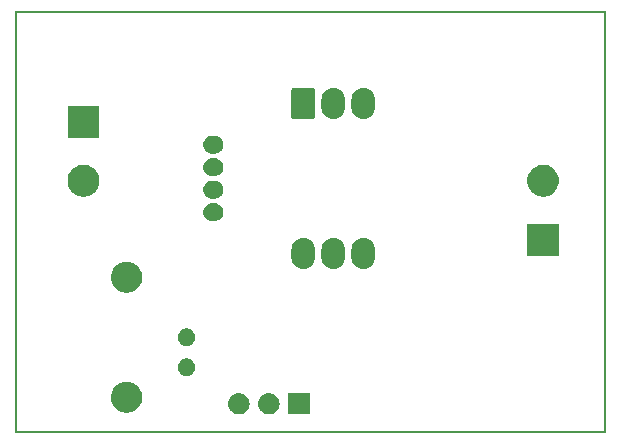
<source format=gbr>
G04 #@! TF.GenerationSoftware,KiCad,Pcbnew,(5.0.2)-1*
G04 #@! TF.CreationDate,2019-03-26T15:17:44-05:00*
G04 #@! TF.ProjectId,currentsense,63757272-656e-4747-9365-6e73652e6b69,rev?*
G04 #@! TF.SameCoordinates,Original*
G04 #@! TF.FileFunction,Soldermask,Bot*
G04 #@! TF.FilePolarity,Negative*
%FSLAX46Y46*%
G04 Gerber Fmt 4.6, Leading zero omitted, Abs format (unit mm)*
G04 Created by KiCad (PCBNEW (5.0.2)-1) date 3/26/2019 3:17:44 PM*
%MOMM*%
%LPD*%
G01*
G04 APERTURE LIST*
%ADD10C,0.200000*%
%ADD11C,0.100000*%
G04 APERTURE END LIST*
D10*
X158470600Y-57480200D02*
X108597700Y-57480200D01*
X158483300Y-93091000D02*
X158483300Y-57467500D01*
X108597700Y-93091000D02*
X158483300Y-93091000D01*
X108597700Y-57467500D02*
X108597700Y-93091000D01*
D11*
G36*
X127580343Y-89783519D02*
X127646527Y-89790037D01*
X127759753Y-89824384D01*
X127816367Y-89841557D01*
X127954987Y-89915652D01*
X127972891Y-89925222D01*
X128008629Y-89954552D01*
X128110086Y-90037814D01*
X128193348Y-90139271D01*
X128222678Y-90175009D01*
X128222679Y-90175011D01*
X128306343Y-90331533D01*
X128306343Y-90331534D01*
X128357863Y-90501373D01*
X128375259Y-90678000D01*
X128357863Y-90854627D01*
X128323516Y-90967853D01*
X128306343Y-91024467D01*
X128234975Y-91157986D01*
X128222678Y-91180991D01*
X128193348Y-91216729D01*
X128110086Y-91318186D01*
X128008629Y-91401448D01*
X127972891Y-91430778D01*
X127972889Y-91430779D01*
X127816367Y-91514443D01*
X127759753Y-91531616D01*
X127646527Y-91565963D01*
X127580343Y-91572481D01*
X127514160Y-91579000D01*
X127425640Y-91579000D01*
X127359457Y-91572481D01*
X127293273Y-91565963D01*
X127180047Y-91531616D01*
X127123433Y-91514443D01*
X126966911Y-91430779D01*
X126966909Y-91430778D01*
X126931171Y-91401448D01*
X126829714Y-91318186D01*
X126746452Y-91216729D01*
X126717122Y-91180991D01*
X126704825Y-91157986D01*
X126633457Y-91024467D01*
X126616284Y-90967853D01*
X126581937Y-90854627D01*
X126564541Y-90678000D01*
X126581937Y-90501373D01*
X126633457Y-90331534D01*
X126633457Y-90331533D01*
X126717121Y-90175011D01*
X126717122Y-90175009D01*
X126746452Y-90139271D01*
X126829714Y-90037814D01*
X126931171Y-89954552D01*
X126966909Y-89925222D01*
X126984813Y-89915652D01*
X127123433Y-89841557D01*
X127180047Y-89824384D01*
X127293273Y-89790037D01*
X127359457Y-89783519D01*
X127425640Y-89777000D01*
X127514160Y-89777000D01*
X127580343Y-89783519D01*
X127580343Y-89783519D01*
G37*
G36*
X133450900Y-91579000D02*
X131648900Y-91579000D01*
X131648900Y-89777000D01*
X133450900Y-89777000D01*
X133450900Y-91579000D01*
X133450900Y-91579000D01*
G37*
G36*
X130120343Y-89783519D02*
X130186527Y-89790037D01*
X130299753Y-89824384D01*
X130356367Y-89841557D01*
X130494987Y-89915652D01*
X130512891Y-89925222D01*
X130548629Y-89954552D01*
X130650086Y-90037814D01*
X130733348Y-90139271D01*
X130762678Y-90175009D01*
X130762679Y-90175011D01*
X130846343Y-90331533D01*
X130846343Y-90331534D01*
X130897863Y-90501373D01*
X130915259Y-90678000D01*
X130897863Y-90854627D01*
X130863516Y-90967853D01*
X130846343Y-91024467D01*
X130774975Y-91157986D01*
X130762678Y-91180991D01*
X130733348Y-91216729D01*
X130650086Y-91318186D01*
X130548629Y-91401448D01*
X130512891Y-91430778D01*
X130512889Y-91430779D01*
X130356367Y-91514443D01*
X130299753Y-91531616D01*
X130186527Y-91565963D01*
X130120343Y-91572481D01*
X130054160Y-91579000D01*
X129965640Y-91579000D01*
X129899457Y-91572481D01*
X129833273Y-91565963D01*
X129720047Y-91531616D01*
X129663433Y-91514443D01*
X129506911Y-91430779D01*
X129506909Y-91430778D01*
X129471171Y-91401448D01*
X129369714Y-91318186D01*
X129286452Y-91216729D01*
X129257122Y-91180991D01*
X129244825Y-91157986D01*
X129173457Y-91024467D01*
X129156284Y-90967853D01*
X129121937Y-90854627D01*
X129104541Y-90678000D01*
X129121937Y-90501373D01*
X129173457Y-90331534D01*
X129173457Y-90331533D01*
X129257121Y-90175011D01*
X129257122Y-90175009D01*
X129286452Y-90139271D01*
X129369714Y-90037814D01*
X129471171Y-89954552D01*
X129506909Y-89925222D01*
X129524813Y-89915652D01*
X129663433Y-89841557D01*
X129720047Y-89824384D01*
X129833273Y-89790037D01*
X129899457Y-89783519D01*
X129965640Y-89777000D01*
X130054160Y-89777000D01*
X130120343Y-89783519D01*
X130120343Y-89783519D01*
G37*
G36*
X118257850Y-88844743D02*
X118342922Y-88861665D01*
X118413335Y-88890831D01*
X118583328Y-88961244D01*
X118799692Y-89105814D01*
X118983686Y-89289808D01*
X119128256Y-89506172D01*
X119227835Y-89746579D01*
X119278600Y-90001791D01*
X119278600Y-90262009D01*
X119244757Y-90432150D01*
X119230988Y-90501373D01*
X119227835Y-90517221D01*
X119128256Y-90757628D01*
X118983686Y-90973992D01*
X118799692Y-91157986D01*
X118583328Y-91302556D01*
X118413335Y-91372969D01*
X118342922Y-91402135D01*
X118257850Y-91419057D01*
X118087709Y-91452900D01*
X117827491Y-91452900D01*
X117657350Y-91419057D01*
X117572278Y-91402135D01*
X117501865Y-91372969D01*
X117331872Y-91302556D01*
X117115508Y-91157986D01*
X116931514Y-90973992D01*
X116786944Y-90757628D01*
X116687365Y-90517221D01*
X116684213Y-90501373D01*
X116670443Y-90432150D01*
X116636600Y-90262009D01*
X116636600Y-90001791D01*
X116687365Y-89746579D01*
X116786944Y-89506172D01*
X116931514Y-89289808D01*
X117115508Y-89105814D01*
X117331872Y-88961244D01*
X117501865Y-88890831D01*
X117572278Y-88861665D01*
X117657350Y-88844743D01*
X117827491Y-88810900D01*
X118087709Y-88810900D01*
X118257850Y-88844743D01*
X118257850Y-88844743D01*
G37*
G36*
X123256221Y-86871202D02*
X123392622Y-86927701D01*
X123515379Y-87009725D01*
X123619775Y-87114121D01*
X123701799Y-87236878D01*
X123758298Y-87373279D01*
X123787100Y-87518081D01*
X123787100Y-87665719D01*
X123758298Y-87810521D01*
X123701799Y-87946922D01*
X123619775Y-88069679D01*
X123515379Y-88174075D01*
X123392622Y-88256099D01*
X123256221Y-88312598D01*
X123111419Y-88341400D01*
X122963781Y-88341400D01*
X122818979Y-88312598D01*
X122682578Y-88256099D01*
X122559821Y-88174075D01*
X122455425Y-88069679D01*
X122373401Y-87946922D01*
X122316902Y-87810521D01*
X122288100Y-87665719D01*
X122288100Y-87518081D01*
X122316902Y-87373279D01*
X122373401Y-87236878D01*
X122455425Y-87114121D01*
X122559821Y-87009725D01*
X122682578Y-86927701D01*
X122818979Y-86871202D01*
X122963781Y-86842400D01*
X123111419Y-86842400D01*
X123256221Y-86871202D01*
X123256221Y-86871202D01*
G37*
G36*
X123256221Y-84331202D02*
X123392622Y-84387701D01*
X123515379Y-84469725D01*
X123619775Y-84574121D01*
X123701799Y-84696878D01*
X123758298Y-84833279D01*
X123787100Y-84978081D01*
X123787100Y-85125719D01*
X123758298Y-85270521D01*
X123701799Y-85406922D01*
X123619775Y-85529679D01*
X123515379Y-85634075D01*
X123392622Y-85716099D01*
X123256221Y-85772598D01*
X123111419Y-85801400D01*
X122963781Y-85801400D01*
X122818979Y-85772598D01*
X122682578Y-85716099D01*
X122559821Y-85634075D01*
X122455425Y-85529679D01*
X122373401Y-85406922D01*
X122316902Y-85270521D01*
X122288100Y-85125719D01*
X122288100Y-84978081D01*
X122316902Y-84833279D01*
X122373401Y-84696878D01*
X122455425Y-84574121D01*
X122559821Y-84469725D01*
X122682578Y-84387701D01*
X122818979Y-84331202D01*
X122963781Y-84302400D01*
X123111419Y-84302400D01*
X123256221Y-84331202D01*
X123256221Y-84331202D01*
G37*
G36*
X118257850Y-78684743D02*
X118342922Y-78701665D01*
X118413335Y-78730831D01*
X118583328Y-78801244D01*
X118799692Y-78945814D01*
X118983686Y-79129808D01*
X119128256Y-79346172D01*
X119227835Y-79586579D01*
X119278600Y-79841791D01*
X119278600Y-80102009D01*
X119227835Y-80357221D01*
X119128256Y-80597628D01*
X118983686Y-80813992D01*
X118799692Y-80997986D01*
X118583328Y-81142556D01*
X118413335Y-81212969D01*
X118342922Y-81242135D01*
X118257850Y-81259057D01*
X118087709Y-81292900D01*
X117827491Y-81292900D01*
X117657350Y-81259057D01*
X117572278Y-81242135D01*
X117501865Y-81212969D01*
X117331872Y-81142556D01*
X117115508Y-80997986D01*
X116931514Y-80813992D01*
X116786944Y-80597628D01*
X116687365Y-80357221D01*
X116636600Y-80102009D01*
X116636600Y-79841791D01*
X116687365Y-79586579D01*
X116786944Y-79346172D01*
X116931514Y-79129808D01*
X117115508Y-78945814D01*
X117331872Y-78801244D01*
X117501865Y-78730831D01*
X117572278Y-78701665D01*
X117657350Y-78684743D01*
X117827491Y-78650900D01*
X118087709Y-78650900D01*
X118257850Y-78684743D01*
X118257850Y-78684743D01*
G37*
G36*
X133114431Y-76666083D02*
X133303118Y-76723321D01*
X133477017Y-76816271D01*
X133629439Y-76941361D01*
X133754529Y-77093783D01*
X133847479Y-77267681D01*
X133904717Y-77456368D01*
X133919200Y-77603424D01*
X133919200Y-78301775D01*
X133904717Y-78448831D01*
X133847479Y-78637518D01*
X133754529Y-78811417D01*
X133629439Y-78963839D01*
X133477017Y-79088929D01*
X133303119Y-79181879D01*
X133114432Y-79239117D01*
X132918200Y-79258443D01*
X132721969Y-79239117D01*
X132533282Y-79181879D01*
X132359384Y-79088929D01*
X132206962Y-78963839D01*
X132081872Y-78811417D01*
X131988922Y-78637519D01*
X131931683Y-78448832D01*
X131917200Y-78301776D01*
X131917200Y-77603425D01*
X131931683Y-77456369D01*
X131988921Y-77267682D01*
X132081871Y-77093783D01*
X132206961Y-76941361D01*
X132359383Y-76816271D01*
X132533281Y-76723321D01*
X132721968Y-76666083D01*
X132918200Y-76646757D01*
X133114431Y-76666083D01*
X133114431Y-76666083D01*
G37*
G36*
X138194431Y-76666083D02*
X138383118Y-76723321D01*
X138557017Y-76816271D01*
X138709439Y-76941361D01*
X138834529Y-77093783D01*
X138927479Y-77267681D01*
X138984717Y-77456368D01*
X138999200Y-77603424D01*
X138999200Y-78301775D01*
X138984717Y-78448831D01*
X138927479Y-78637518D01*
X138834529Y-78811417D01*
X138709439Y-78963839D01*
X138557017Y-79088929D01*
X138383119Y-79181879D01*
X138194432Y-79239117D01*
X137998200Y-79258443D01*
X137801969Y-79239117D01*
X137613282Y-79181879D01*
X137439384Y-79088929D01*
X137286962Y-78963839D01*
X137161872Y-78811417D01*
X137068922Y-78637519D01*
X137011683Y-78448832D01*
X136997200Y-78301776D01*
X136997200Y-77603425D01*
X137011683Y-77456369D01*
X137068921Y-77267682D01*
X137161871Y-77093783D01*
X137286961Y-76941361D01*
X137439383Y-76816271D01*
X137613281Y-76723321D01*
X137801968Y-76666083D01*
X137998200Y-76646757D01*
X138194431Y-76666083D01*
X138194431Y-76666083D01*
G37*
G36*
X135654431Y-76666083D02*
X135843118Y-76723321D01*
X136017017Y-76816271D01*
X136169439Y-76941361D01*
X136294529Y-77093783D01*
X136387479Y-77267681D01*
X136444717Y-77456368D01*
X136459200Y-77603424D01*
X136459200Y-78301775D01*
X136444717Y-78448831D01*
X136387479Y-78637518D01*
X136294529Y-78811417D01*
X136169439Y-78963839D01*
X136017017Y-79088929D01*
X135843119Y-79181879D01*
X135654432Y-79239117D01*
X135458200Y-79258443D01*
X135261969Y-79239117D01*
X135073282Y-79181879D01*
X134899384Y-79088929D01*
X134746962Y-78963839D01*
X134621872Y-78811417D01*
X134528922Y-78637519D01*
X134471683Y-78448832D01*
X134457200Y-78301776D01*
X134457200Y-77603425D01*
X134471683Y-77456369D01*
X134528921Y-77267682D01*
X134621871Y-77093783D01*
X134746961Y-76941361D01*
X134899383Y-76816271D01*
X135073281Y-76723321D01*
X135261968Y-76666083D01*
X135458200Y-76646757D01*
X135654431Y-76666083D01*
X135654431Y-76666083D01*
G37*
G36*
X154576500Y-78147900D02*
X151874500Y-78147900D01*
X151874500Y-75445900D01*
X154576500Y-75445900D01*
X154576500Y-78147900D01*
X154576500Y-78147900D01*
G37*
G36*
X125471865Y-73712722D02*
X125545422Y-73719967D01*
X125686986Y-73762910D01*
X125817452Y-73832646D01*
X125931806Y-73926494D01*
X126025654Y-74040848D01*
X126095390Y-74171314D01*
X126138333Y-74312878D01*
X126152833Y-74460100D01*
X126138333Y-74607322D01*
X126095390Y-74748886D01*
X126025654Y-74879352D01*
X125931806Y-74993706D01*
X125817452Y-75087554D01*
X125686986Y-75157290D01*
X125545422Y-75200233D01*
X125471865Y-75207478D01*
X125435088Y-75211100D01*
X125161312Y-75211100D01*
X125124535Y-75207478D01*
X125050978Y-75200233D01*
X124909414Y-75157290D01*
X124778948Y-75087554D01*
X124664594Y-74993706D01*
X124570746Y-74879352D01*
X124501010Y-74748886D01*
X124458067Y-74607322D01*
X124443567Y-74460100D01*
X124458067Y-74312878D01*
X124501010Y-74171314D01*
X124570746Y-74040848D01*
X124664594Y-73926494D01*
X124778948Y-73832646D01*
X124909414Y-73762910D01*
X125050978Y-73719967D01*
X125124535Y-73712722D01*
X125161312Y-73709100D01*
X125435088Y-73709100D01*
X125471865Y-73712722D01*
X125471865Y-73712722D01*
G37*
G36*
X125471865Y-71807722D02*
X125545422Y-71814967D01*
X125686986Y-71857910D01*
X125817452Y-71927646D01*
X125931806Y-72021494D01*
X126025654Y-72135848D01*
X126095390Y-72266314D01*
X126138333Y-72407878D01*
X126152833Y-72555100D01*
X126138333Y-72702322D01*
X126095390Y-72843886D01*
X126025654Y-72974352D01*
X125931806Y-73088706D01*
X125817452Y-73182554D01*
X125686986Y-73252290D01*
X125545422Y-73295233D01*
X125471865Y-73302478D01*
X125435088Y-73306100D01*
X125161312Y-73306100D01*
X125124535Y-73302478D01*
X125050978Y-73295233D01*
X124909414Y-73252290D01*
X124778948Y-73182554D01*
X124664594Y-73088706D01*
X124570746Y-72974352D01*
X124501010Y-72843886D01*
X124458067Y-72702322D01*
X124443567Y-72555100D01*
X124458067Y-72407878D01*
X124501010Y-72266314D01*
X124570746Y-72135848D01*
X124664594Y-72021494D01*
X124778948Y-71927646D01*
X124909414Y-71857910D01*
X125050978Y-71814967D01*
X125124535Y-71807722D01*
X125161312Y-71804100D01*
X125435088Y-71804100D01*
X125471865Y-71807722D01*
X125471865Y-71807722D01*
G37*
G36*
X114576267Y-70476959D02*
X114706772Y-70502918D01*
X114952639Y-70604759D01*
X115166279Y-70747510D01*
X115173915Y-70752612D01*
X115362088Y-70940785D01*
X115362090Y-70940788D01*
X115509941Y-71162061D01*
X115609670Y-71402829D01*
X115611782Y-71407929D01*
X115662686Y-71663837D01*
X115663700Y-71668938D01*
X115663700Y-71935062D01*
X115611782Y-72196072D01*
X115509941Y-72441939D01*
X115365498Y-72658112D01*
X115362088Y-72663215D01*
X115173915Y-72851388D01*
X115173912Y-72851390D01*
X114952639Y-72999241D01*
X114706772Y-73101082D01*
X114576267Y-73127041D01*
X114445763Y-73153000D01*
X114179637Y-73153000D01*
X114049133Y-73127041D01*
X113918628Y-73101082D01*
X113672761Y-72999241D01*
X113451488Y-72851390D01*
X113451485Y-72851388D01*
X113263312Y-72663215D01*
X113259902Y-72658112D01*
X113115459Y-72441939D01*
X113013618Y-72196072D01*
X112961700Y-71935062D01*
X112961700Y-71668938D01*
X112962715Y-71663837D01*
X113013618Y-71407929D01*
X113015730Y-71402829D01*
X113115459Y-71162061D01*
X113263310Y-70940788D01*
X113263312Y-70940785D01*
X113451485Y-70752612D01*
X113459121Y-70747510D01*
X113672761Y-70604759D01*
X113918628Y-70502918D01*
X114049133Y-70476959D01*
X114179637Y-70451000D01*
X114445763Y-70451000D01*
X114576267Y-70476959D01*
X114576267Y-70476959D01*
G37*
G36*
X153489067Y-70471859D02*
X153619572Y-70497818D01*
X153865439Y-70599659D01*
X154085964Y-70747010D01*
X154086715Y-70747512D01*
X154274888Y-70935685D01*
X154274890Y-70935688D01*
X154422741Y-71156961D01*
X154524582Y-71402828D01*
X154550541Y-71533333D01*
X154576500Y-71663837D01*
X154576500Y-71929963D01*
X154558293Y-72021494D01*
X154524582Y-72190972D01*
X154422741Y-72436839D01*
X154275390Y-72657364D01*
X154274888Y-72658115D01*
X154086715Y-72846288D01*
X154086712Y-72846290D01*
X153865439Y-72994141D01*
X153619572Y-73095982D01*
X153489067Y-73121941D01*
X153358563Y-73147900D01*
X153092437Y-73147900D01*
X152961933Y-73121941D01*
X152831428Y-73095982D01*
X152585561Y-72994141D01*
X152364288Y-72846290D01*
X152364285Y-72846288D01*
X152176112Y-72658115D01*
X152175610Y-72657364D01*
X152028259Y-72436839D01*
X151926418Y-72190972D01*
X151892707Y-72021494D01*
X151874500Y-71929963D01*
X151874500Y-71663837D01*
X151900459Y-71533333D01*
X151926418Y-71402828D01*
X152028259Y-71156961D01*
X152176110Y-70935688D01*
X152176112Y-70935685D01*
X152364285Y-70747512D01*
X152365036Y-70747010D01*
X152585561Y-70599659D01*
X152831428Y-70497818D01*
X152961933Y-70471859D01*
X153092437Y-70445900D01*
X153358563Y-70445900D01*
X153489067Y-70471859D01*
X153489067Y-70471859D01*
G37*
G36*
X125471865Y-69902722D02*
X125545422Y-69909967D01*
X125686986Y-69952910D01*
X125817452Y-70022646D01*
X125931806Y-70116494D01*
X126025654Y-70230848D01*
X126095390Y-70361314D01*
X126138333Y-70502878D01*
X126152833Y-70650100D01*
X126138333Y-70797322D01*
X126095390Y-70938886D01*
X126025654Y-71069352D01*
X125931806Y-71183706D01*
X125817452Y-71277554D01*
X125686986Y-71347290D01*
X125545422Y-71390233D01*
X125471865Y-71397478D01*
X125435088Y-71401100D01*
X125161312Y-71401100D01*
X125124535Y-71397478D01*
X125050978Y-71390233D01*
X124909414Y-71347290D01*
X124778948Y-71277554D01*
X124664594Y-71183706D01*
X124570746Y-71069352D01*
X124501010Y-70938886D01*
X124458067Y-70797322D01*
X124443567Y-70650100D01*
X124458067Y-70502878D01*
X124501010Y-70361314D01*
X124570746Y-70230848D01*
X124664594Y-70116494D01*
X124778948Y-70022646D01*
X124909414Y-69952910D01*
X125050978Y-69909967D01*
X125124535Y-69902722D01*
X125161312Y-69899100D01*
X125435088Y-69899100D01*
X125471865Y-69902722D01*
X125471865Y-69902722D01*
G37*
G36*
X125471865Y-67997722D02*
X125545422Y-68004967D01*
X125686986Y-68047910D01*
X125817452Y-68117646D01*
X125931806Y-68211494D01*
X126025654Y-68325848D01*
X126095390Y-68456314D01*
X126138333Y-68597878D01*
X126152833Y-68745100D01*
X126138333Y-68892322D01*
X126095390Y-69033886D01*
X126025654Y-69164352D01*
X125931806Y-69278706D01*
X125817452Y-69372554D01*
X125686986Y-69442290D01*
X125545422Y-69485233D01*
X125471865Y-69492478D01*
X125435088Y-69496100D01*
X125161312Y-69496100D01*
X125124535Y-69492478D01*
X125050978Y-69485233D01*
X124909414Y-69442290D01*
X124778948Y-69372554D01*
X124664594Y-69278706D01*
X124570746Y-69164352D01*
X124501010Y-69033886D01*
X124458067Y-68892322D01*
X124443567Y-68745100D01*
X124458067Y-68597878D01*
X124501010Y-68456314D01*
X124570746Y-68325848D01*
X124664594Y-68211494D01*
X124778948Y-68117646D01*
X124909414Y-68047910D01*
X125050978Y-68004967D01*
X125124535Y-67997722D01*
X125161312Y-67994100D01*
X125435088Y-67994100D01*
X125471865Y-67997722D01*
X125471865Y-67997722D01*
G37*
G36*
X115663700Y-68153000D02*
X112961700Y-68153000D01*
X112961700Y-65451000D01*
X115663700Y-65451000D01*
X115663700Y-68153000D01*
X115663700Y-68153000D01*
G37*
G36*
X138194431Y-63966083D02*
X138383118Y-64023321D01*
X138557017Y-64116271D01*
X138709439Y-64241361D01*
X138834529Y-64393783D01*
X138927479Y-64567681D01*
X138984717Y-64756368D01*
X138999200Y-64903424D01*
X138999200Y-65601775D01*
X138984717Y-65748831D01*
X138927479Y-65937518D01*
X138834529Y-66111417D01*
X138709439Y-66263839D01*
X138557017Y-66388929D01*
X138383119Y-66481879D01*
X138194432Y-66539117D01*
X137998200Y-66558443D01*
X137801969Y-66539117D01*
X137613282Y-66481879D01*
X137439384Y-66388929D01*
X137286962Y-66263839D01*
X137161872Y-66111417D01*
X137068922Y-65937519D01*
X137011683Y-65748832D01*
X136997200Y-65601776D01*
X136997200Y-64903425D01*
X137011683Y-64756369D01*
X137068921Y-64567682D01*
X137161871Y-64393783D01*
X137286961Y-64241361D01*
X137439383Y-64116271D01*
X137613281Y-64023321D01*
X137801968Y-63966083D01*
X137998200Y-63946757D01*
X138194431Y-63966083D01*
X138194431Y-63966083D01*
G37*
G36*
X135654431Y-63966083D02*
X135843118Y-64023321D01*
X136017017Y-64116271D01*
X136169439Y-64241361D01*
X136294529Y-64393783D01*
X136387479Y-64567681D01*
X136444717Y-64756368D01*
X136459200Y-64903424D01*
X136459200Y-65601775D01*
X136444717Y-65748831D01*
X136387479Y-65937518D01*
X136294529Y-66111417D01*
X136169439Y-66263839D01*
X136017017Y-66388929D01*
X135843119Y-66481879D01*
X135654432Y-66539117D01*
X135458200Y-66558443D01*
X135261969Y-66539117D01*
X135073282Y-66481879D01*
X134899384Y-66388929D01*
X134746962Y-66263839D01*
X134621872Y-66111417D01*
X134528922Y-65937519D01*
X134471683Y-65748832D01*
X134457200Y-65601776D01*
X134457200Y-64903425D01*
X134471683Y-64756369D01*
X134528921Y-64567682D01*
X134621871Y-64393783D01*
X134746961Y-64241361D01*
X134899383Y-64116271D01*
X135073281Y-64023321D01*
X135261968Y-63966083D01*
X135458200Y-63946757D01*
X135654431Y-63966083D01*
X135654431Y-63966083D01*
G37*
G36*
X133793115Y-63955200D02*
X133822354Y-63964070D01*
X133849314Y-63978480D01*
X133872935Y-63997865D01*
X133892320Y-64021486D01*
X133906730Y-64048446D01*
X133915600Y-64077685D01*
X133919200Y-64114240D01*
X133919200Y-66390960D01*
X133915600Y-66427515D01*
X133906730Y-66456754D01*
X133892320Y-66483714D01*
X133872935Y-66507335D01*
X133849314Y-66526720D01*
X133822354Y-66541130D01*
X133793115Y-66550000D01*
X133756560Y-66553600D01*
X132079840Y-66553600D01*
X132043285Y-66550000D01*
X132014046Y-66541130D01*
X131987086Y-66526720D01*
X131963465Y-66507335D01*
X131944080Y-66483714D01*
X131929670Y-66456754D01*
X131920800Y-66427515D01*
X131917200Y-66390960D01*
X131917200Y-64114240D01*
X131920800Y-64077685D01*
X131929670Y-64048446D01*
X131944080Y-64021486D01*
X131963465Y-63997865D01*
X131987086Y-63978480D01*
X132014046Y-63964070D01*
X132043285Y-63955200D01*
X132079840Y-63951600D01*
X133756560Y-63951600D01*
X133793115Y-63955200D01*
X133793115Y-63955200D01*
G37*
M02*

</source>
